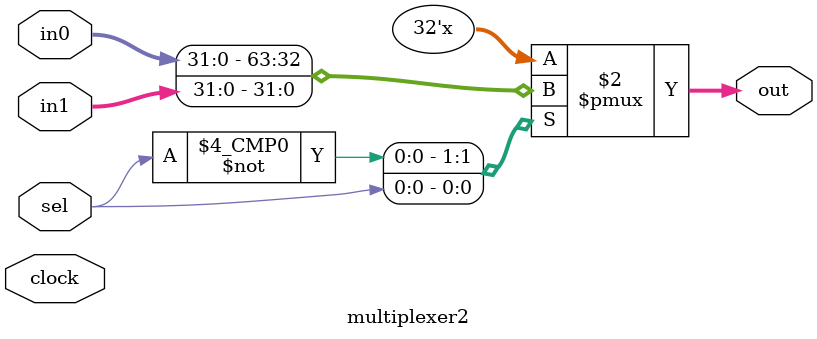
<source format=sv>

`ifndef RVSIMPLE_MULTIPLEXER2_H
`define RVSIMPLE_MULTIPLEXER2_H

`include "config.sv"
`include "constants.sv"
`include "metron_tools.sv"

module multiplexer2
#(parameter int WIDTH = 32)
(
  input logic clock,
  input logic sel,
  input logic[WIDTH-1:0] in0,
  input logic[WIDTH-1:0] in1,
  output logic[WIDTH-1:0] out
);
 /*public:*/
  always_comb begin
    case (sel) 
      /*case*/ 0:  out = in0;
      /*case*/ 1:  out = in1;
      default: out = WIDTH'(1'bx);
    endcase
  end
endmodule

`endif  // RVSIMPLE_MULTIPLEXER2_H


</source>
